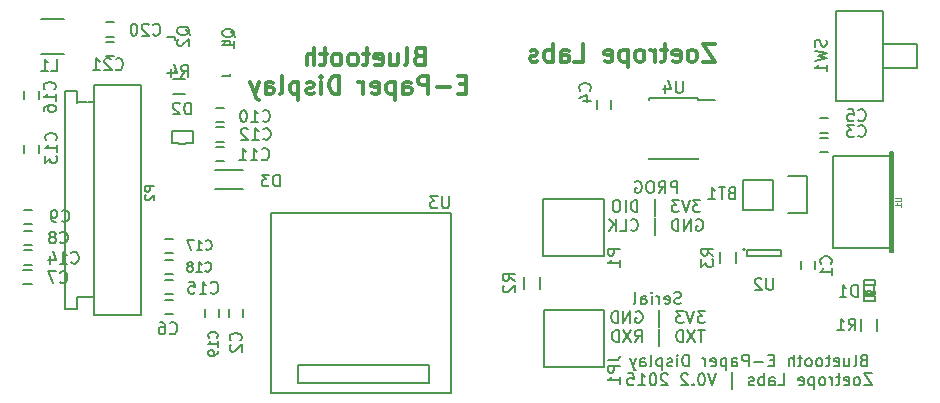
<source format=gbo>
G04 #@! TF.FileFunction,Legend,Bot*
%FSLAX46Y46*%
G04 Gerber Fmt 4.6, Leading zero omitted, Abs format (unit mm)*
G04 Created by KiCad (PCBNEW (2015-04-29 BZR 5630)-product) date Tue 21 Jul 2015 17:06:27 BST*
%MOMM*%
G01*
G04 APERTURE LIST*
%ADD10C,0.150000*%
%ADD11C,0.200000*%
%ADD12C,0.300000*%
%ADD13C,0.200660*%
%ADD14C,0.152400*%
%ADD15C,0.099060*%
G04 APERTURE END LIST*
D10*
D11*
X116403191Y-67257762D02*
X116260334Y-67305381D01*
X116022238Y-67305381D01*
X115927000Y-67257762D01*
X115879381Y-67210143D01*
X115831762Y-67114905D01*
X115831762Y-67019667D01*
X115879381Y-66924429D01*
X115927000Y-66876810D01*
X116022238Y-66829190D01*
X116212715Y-66781571D01*
X116307953Y-66733952D01*
X116355572Y-66686333D01*
X116403191Y-66591095D01*
X116403191Y-66495857D01*
X116355572Y-66400619D01*
X116307953Y-66353000D01*
X116212715Y-66305381D01*
X115974619Y-66305381D01*
X115831762Y-66353000D01*
X115022238Y-67257762D02*
X115117476Y-67305381D01*
X115307953Y-67305381D01*
X115403191Y-67257762D01*
X115450810Y-67162524D01*
X115450810Y-66781571D01*
X115403191Y-66686333D01*
X115307953Y-66638714D01*
X115117476Y-66638714D01*
X115022238Y-66686333D01*
X114974619Y-66781571D01*
X114974619Y-66876810D01*
X115450810Y-66972048D01*
X114546048Y-67305381D02*
X114546048Y-66638714D01*
X114546048Y-66829190D02*
X114498429Y-66733952D01*
X114450810Y-66686333D01*
X114355572Y-66638714D01*
X114260333Y-66638714D01*
X113927000Y-67305381D02*
X113927000Y-66638714D01*
X113927000Y-66305381D02*
X113974619Y-66353000D01*
X113927000Y-66400619D01*
X113879381Y-66353000D01*
X113927000Y-66305381D01*
X113927000Y-66400619D01*
X113022238Y-67305381D02*
X113022238Y-66781571D01*
X113069857Y-66686333D01*
X113165095Y-66638714D01*
X113355572Y-66638714D01*
X113450810Y-66686333D01*
X113022238Y-67257762D02*
X113117476Y-67305381D01*
X113355572Y-67305381D01*
X113450810Y-67257762D01*
X113498429Y-67162524D01*
X113498429Y-67067286D01*
X113450810Y-66972048D01*
X113355572Y-66924429D01*
X113117476Y-66924429D01*
X113022238Y-66876810D01*
X112403191Y-67305381D02*
X112498429Y-67257762D01*
X112546048Y-67162524D01*
X112546048Y-66305381D01*
X118427000Y-67905381D02*
X117807952Y-67905381D01*
X118141286Y-68286333D01*
X117998428Y-68286333D01*
X117903190Y-68333952D01*
X117855571Y-68381571D01*
X117807952Y-68476810D01*
X117807952Y-68714905D01*
X117855571Y-68810143D01*
X117903190Y-68857762D01*
X117998428Y-68905381D01*
X118284143Y-68905381D01*
X118379381Y-68857762D01*
X118427000Y-68810143D01*
X117522238Y-67905381D02*
X117188905Y-68905381D01*
X116855571Y-67905381D01*
X116617476Y-67905381D02*
X115998428Y-67905381D01*
X116331762Y-68286333D01*
X116188904Y-68286333D01*
X116093666Y-68333952D01*
X116046047Y-68381571D01*
X115998428Y-68476810D01*
X115998428Y-68714905D01*
X116046047Y-68810143D01*
X116093666Y-68857762D01*
X116188904Y-68905381D01*
X116474619Y-68905381D01*
X116569857Y-68857762D01*
X116617476Y-68810143D01*
X114569857Y-69238714D02*
X114569857Y-67810143D01*
X112569856Y-67953000D02*
X112665094Y-67905381D01*
X112807951Y-67905381D01*
X112950809Y-67953000D01*
X113046047Y-68048238D01*
X113093666Y-68143476D01*
X113141285Y-68333952D01*
X113141285Y-68476810D01*
X113093666Y-68667286D01*
X113046047Y-68762524D01*
X112950809Y-68857762D01*
X112807951Y-68905381D01*
X112712713Y-68905381D01*
X112569856Y-68857762D01*
X112522237Y-68810143D01*
X112522237Y-68476810D01*
X112712713Y-68476810D01*
X112093666Y-68905381D02*
X112093666Y-67905381D01*
X111522237Y-68905381D01*
X111522237Y-67905381D01*
X111046047Y-68905381D02*
X111046047Y-67905381D01*
X110807952Y-67905381D01*
X110665094Y-67953000D01*
X110569856Y-68048238D01*
X110522237Y-68143476D01*
X110474618Y-68333952D01*
X110474618Y-68476810D01*
X110522237Y-68667286D01*
X110569856Y-68762524D01*
X110665094Y-68857762D01*
X110807952Y-68905381D01*
X111046047Y-68905381D01*
X118403191Y-69505381D02*
X117831762Y-69505381D01*
X118117477Y-70505381D02*
X118117477Y-69505381D01*
X117593667Y-69505381D02*
X116927000Y-70505381D01*
X116927000Y-69505381D02*
X117593667Y-70505381D01*
X116546048Y-70505381D02*
X116546048Y-69505381D01*
X116307953Y-69505381D01*
X116165095Y-69553000D01*
X116069857Y-69648238D01*
X116022238Y-69743476D01*
X115974619Y-69933952D01*
X115974619Y-70076810D01*
X116022238Y-70267286D01*
X116069857Y-70362524D01*
X116165095Y-70457762D01*
X116307953Y-70505381D01*
X116546048Y-70505381D01*
X114546048Y-70838714D02*
X114546048Y-69410143D01*
X112498428Y-70505381D02*
X112831762Y-70029190D01*
X113069857Y-70505381D02*
X113069857Y-69505381D01*
X112688904Y-69505381D01*
X112593666Y-69553000D01*
X112546047Y-69600619D01*
X112498428Y-69695857D01*
X112498428Y-69838714D01*
X112546047Y-69933952D01*
X112593666Y-69981571D01*
X112688904Y-70029190D01*
X113069857Y-70029190D01*
X112165095Y-69505381D02*
X111498428Y-70505381D01*
X111498428Y-69505381D02*
X112165095Y-70505381D01*
X111117476Y-70505381D02*
X111117476Y-69505381D01*
X110879381Y-69505381D01*
X110736523Y-69553000D01*
X110641285Y-69648238D01*
X110593666Y-69743476D01*
X110546047Y-69933952D01*
X110546047Y-70076810D01*
X110593666Y-70267286D01*
X110641285Y-70362524D01*
X110736523Y-70457762D01*
X110879381Y-70505381D01*
X111117476Y-70505381D01*
X116085714Y-57907381D02*
X116085714Y-56907381D01*
X115704761Y-56907381D01*
X115609523Y-56955000D01*
X115561904Y-57002619D01*
X115514285Y-57097857D01*
X115514285Y-57240714D01*
X115561904Y-57335952D01*
X115609523Y-57383571D01*
X115704761Y-57431190D01*
X116085714Y-57431190D01*
X114514285Y-57907381D02*
X114847619Y-57431190D01*
X115085714Y-57907381D02*
X115085714Y-56907381D01*
X114704761Y-56907381D01*
X114609523Y-56955000D01*
X114561904Y-57002619D01*
X114514285Y-57097857D01*
X114514285Y-57240714D01*
X114561904Y-57335952D01*
X114609523Y-57383571D01*
X114704761Y-57431190D01*
X115085714Y-57431190D01*
X113895238Y-56907381D02*
X113704761Y-56907381D01*
X113609523Y-56955000D01*
X113514285Y-57050238D01*
X113466666Y-57240714D01*
X113466666Y-57574048D01*
X113514285Y-57764524D01*
X113609523Y-57859762D01*
X113704761Y-57907381D01*
X113895238Y-57907381D01*
X113990476Y-57859762D01*
X114085714Y-57764524D01*
X114133333Y-57574048D01*
X114133333Y-57240714D01*
X114085714Y-57050238D01*
X113990476Y-56955000D01*
X113895238Y-56907381D01*
X112514285Y-56955000D02*
X112609523Y-56907381D01*
X112752380Y-56907381D01*
X112895238Y-56955000D01*
X112990476Y-57050238D01*
X113038095Y-57145476D01*
X113085714Y-57335952D01*
X113085714Y-57478810D01*
X113038095Y-57669286D01*
X112990476Y-57764524D01*
X112895238Y-57859762D01*
X112752380Y-57907381D01*
X112657142Y-57907381D01*
X112514285Y-57859762D01*
X112466666Y-57812143D01*
X112466666Y-57478810D01*
X112657142Y-57478810D01*
X118038095Y-58507381D02*
X117419047Y-58507381D01*
X117752381Y-58888333D01*
X117609523Y-58888333D01*
X117514285Y-58935952D01*
X117466666Y-58983571D01*
X117419047Y-59078810D01*
X117419047Y-59316905D01*
X117466666Y-59412143D01*
X117514285Y-59459762D01*
X117609523Y-59507381D01*
X117895238Y-59507381D01*
X117990476Y-59459762D01*
X118038095Y-59412143D01*
X117133333Y-58507381D02*
X116800000Y-59507381D01*
X116466666Y-58507381D01*
X116228571Y-58507381D02*
X115609523Y-58507381D01*
X115942857Y-58888333D01*
X115799999Y-58888333D01*
X115704761Y-58935952D01*
X115657142Y-58983571D01*
X115609523Y-59078810D01*
X115609523Y-59316905D01*
X115657142Y-59412143D01*
X115704761Y-59459762D01*
X115799999Y-59507381D01*
X116085714Y-59507381D01*
X116180952Y-59459762D01*
X116228571Y-59412143D01*
X114180952Y-59840714D02*
X114180952Y-58412143D01*
X112704761Y-59507381D02*
X112704761Y-58507381D01*
X112466666Y-58507381D01*
X112323808Y-58555000D01*
X112228570Y-58650238D01*
X112180951Y-58745476D01*
X112133332Y-58935952D01*
X112133332Y-59078810D01*
X112180951Y-59269286D01*
X112228570Y-59364524D01*
X112323808Y-59459762D01*
X112466666Y-59507381D01*
X112704761Y-59507381D01*
X111704761Y-59507381D02*
X111704761Y-58507381D01*
X111038095Y-58507381D02*
X110847618Y-58507381D01*
X110752380Y-58555000D01*
X110657142Y-58650238D01*
X110609523Y-58840714D01*
X110609523Y-59174048D01*
X110657142Y-59364524D01*
X110752380Y-59459762D01*
X110847618Y-59507381D01*
X111038095Y-59507381D01*
X111133333Y-59459762D01*
X111228571Y-59364524D01*
X111276190Y-59174048D01*
X111276190Y-58840714D01*
X111228571Y-58650238D01*
X111133333Y-58555000D01*
X111038095Y-58507381D01*
X117704762Y-60155000D02*
X117800000Y-60107381D01*
X117942857Y-60107381D01*
X118085715Y-60155000D01*
X118180953Y-60250238D01*
X118228572Y-60345476D01*
X118276191Y-60535952D01*
X118276191Y-60678810D01*
X118228572Y-60869286D01*
X118180953Y-60964524D01*
X118085715Y-61059762D01*
X117942857Y-61107381D01*
X117847619Y-61107381D01*
X117704762Y-61059762D01*
X117657143Y-61012143D01*
X117657143Y-60678810D01*
X117847619Y-60678810D01*
X117228572Y-61107381D02*
X117228572Y-60107381D01*
X116657143Y-61107381D01*
X116657143Y-60107381D01*
X116180953Y-61107381D02*
X116180953Y-60107381D01*
X115942858Y-60107381D01*
X115800000Y-60155000D01*
X115704762Y-60250238D01*
X115657143Y-60345476D01*
X115609524Y-60535952D01*
X115609524Y-60678810D01*
X115657143Y-60869286D01*
X115704762Y-60964524D01*
X115800000Y-61059762D01*
X115942858Y-61107381D01*
X116180953Y-61107381D01*
X114180953Y-61440714D02*
X114180953Y-60012143D01*
X112133333Y-61012143D02*
X112180952Y-61059762D01*
X112323809Y-61107381D01*
X112419047Y-61107381D01*
X112561905Y-61059762D01*
X112657143Y-60964524D01*
X112704762Y-60869286D01*
X112752381Y-60678810D01*
X112752381Y-60535952D01*
X112704762Y-60345476D01*
X112657143Y-60250238D01*
X112561905Y-60155000D01*
X112419047Y-60107381D01*
X112323809Y-60107381D01*
X112180952Y-60155000D01*
X112133333Y-60202619D01*
X111228571Y-61107381D02*
X111704762Y-61107381D01*
X111704762Y-60107381D01*
X110895238Y-61107381D02*
X110895238Y-60107381D01*
X110323809Y-61107381D02*
X110752381Y-60535952D01*
X110323809Y-60107381D02*
X110895238Y-60678810D01*
D12*
X94225428Y-46317857D02*
X94011142Y-46389286D01*
X93939714Y-46460714D01*
X93868285Y-46603571D01*
X93868285Y-46817857D01*
X93939714Y-46960714D01*
X94011142Y-47032143D01*
X94154000Y-47103571D01*
X94725428Y-47103571D01*
X94725428Y-45603571D01*
X94225428Y-45603571D01*
X94082571Y-45675000D01*
X94011142Y-45746429D01*
X93939714Y-45889286D01*
X93939714Y-46032143D01*
X94011142Y-46175000D01*
X94082571Y-46246429D01*
X94225428Y-46317857D01*
X94725428Y-46317857D01*
X93011142Y-47103571D02*
X93154000Y-47032143D01*
X93225428Y-46889286D01*
X93225428Y-45603571D01*
X91796857Y-46103571D02*
X91796857Y-47103571D01*
X92439714Y-46103571D02*
X92439714Y-46889286D01*
X92368286Y-47032143D01*
X92225428Y-47103571D01*
X92011143Y-47103571D01*
X91868286Y-47032143D01*
X91796857Y-46960714D01*
X90511143Y-47032143D02*
X90654000Y-47103571D01*
X90939714Y-47103571D01*
X91082571Y-47032143D01*
X91154000Y-46889286D01*
X91154000Y-46317857D01*
X91082571Y-46175000D01*
X90939714Y-46103571D01*
X90654000Y-46103571D01*
X90511143Y-46175000D01*
X90439714Y-46317857D01*
X90439714Y-46460714D01*
X91154000Y-46603571D01*
X90011143Y-46103571D02*
X89439714Y-46103571D01*
X89796857Y-45603571D02*
X89796857Y-46889286D01*
X89725429Y-47032143D01*
X89582571Y-47103571D01*
X89439714Y-47103571D01*
X88725428Y-47103571D02*
X88868286Y-47032143D01*
X88939714Y-46960714D01*
X89011143Y-46817857D01*
X89011143Y-46389286D01*
X88939714Y-46246429D01*
X88868286Y-46175000D01*
X88725428Y-46103571D01*
X88511143Y-46103571D01*
X88368286Y-46175000D01*
X88296857Y-46246429D01*
X88225428Y-46389286D01*
X88225428Y-46817857D01*
X88296857Y-46960714D01*
X88368286Y-47032143D01*
X88511143Y-47103571D01*
X88725428Y-47103571D01*
X87368285Y-47103571D02*
X87511143Y-47032143D01*
X87582571Y-46960714D01*
X87654000Y-46817857D01*
X87654000Y-46389286D01*
X87582571Y-46246429D01*
X87511143Y-46175000D01*
X87368285Y-46103571D01*
X87154000Y-46103571D01*
X87011143Y-46175000D01*
X86939714Y-46246429D01*
X86868285Y-46389286D01*
X86868285Y-46817857D01*
X86939714Y-46960714D01*
X87011143Y-47032143D01*
X87154000Y-47103571D01*
X87368285Y-47103571D01*
X86439714Y-46103571D02*
X85868285Y-46103571D01*
X86225428Y-45603571D02*
X86225428Y-46889286D01*
X86154000Y-47032143D01*
X86011142Y-47103571D01*
X85868285Y-47103571D01*
X85368285Y-47103571D02*
X85368285Y-45603571D01*
X84725428Y-47103571D02*
X84725428Y-46317857D01*
X84796857Y-46175000D01*
X84939714Y-46103571D01*
X85153999Y-46103571D01*
X85296857Y-46175000D01*
X85368285Y-46246429D01*
X98225428Y-48717857D02*
X97725428Y-48717857D01*
X97511142Y-49503571D02*
X98225428Y-49503571D01*
X98225428Y-48003571D01*
X97511142Y-48003571D01*
X96868285Y-48932143D02*
X95725428Y-48932143D01*
X95011142Y-49503571D02*
X95011142Y-48003571D01*
X94439714Y-48003571D01*
X94296856Y-48075000D01*
X94225428Y-48146429D01*
X94153999Y-48289286D01*
X94153999Y-48503571D01*
X94225428Y-48646429D01*
X94296856Y-48717857D01*
X94439714Y-48789286D01*
X95011142Y-48789286D01*
X92868285Y-49503571D02*
X92868285Y-48717857D01*
X92939714Y-48575000D01*
X93082571Y-48503571D01*
X93368285Y-48503571D01*
X93511142Y-48575000D01*
X92868285Y-49432143D02*
X93011142Y-49503571D01*
X93368285Y-49503571D01*
X93511142Y-49432143D01*
X93582571Y-49289286D01*
X93582571Y-49146429D01*
X93511142Y-49003571D01*
X93368285Y-48932143D01*
X93011142Y-48932143D01*
X92868285Y-48860714D01*
X92153999Y-48503571D02*
X92153999Y-50003571D01*
X92153999Y-48575000D02*
X92011142Y-48503571D01*
X91725428Y-48503571D01*
X91582571Y-48575000D01*
X91511142Y-48646429D01*
X91439713Y-48789286D01*
X91439713Y-49217857D01*
X91511142Y-49360714D01*
X91582571Y-49432143D01*
X91725428Y-49503571D01*
X92011142Y-49503571D01*
X92153999Y-49432143D01*
X90225428Y-49432143D02*
X90368285Y-49503571D01*
X90653999Y-49503571D01*
X90796856Y-49432143D01*
X90868285Y-49289286D01*
X90868285Y-48717857D01*
X90796856Y-48575000D01*
X90653999Y-48503571D01*
X90368285Y-48503571D01*
X90225428Y-48575000D01*
X90153999Y-48717857D01*
X90153999Y-48860714D01*
X90868285Y-49003571D01*
X89511142Y-49503571D02*
X89511142Y-48503571D01*
X89511142Y-48789286D02*
X89439714Y-48646429D01*
X89368285Y-48575000D01*
X89225428Y-48503571D01*
X89082571Y-48503571D01*
X87439714Y-49503571D02*
X87439714Y-48003571D01*
X87082571Y-48003571D01*
X86868286Y-48075000D01*
X86725428Y-48217857D01*
X86654000Y-48360714D01*
X86582571Y-48646429D01*
X86582571Y-48860714D01*
X86654000Y-49146429D01*
X86725428Y-49289286D01*
X86868286Y-49432143D01*
X87082571Y-49503571D01*
X87439714Y-49503571D01*
X85939714Y-49503571D02*
X85939714Y-48503571D01*
X85939714Y-48003571D02*
X86011143Y-48075000D01*
X85939714Y-48146429D01*
X85868286Y-48075000D01*
X85939714Y-48003571D01*
X85939714Y-48146429D01*
X85296857Y-49432143D02*
X85154000Y-49503571D01*
X84868285Y-49503571D01*
X84725428Y-49432143D01*
X84654000Y-49289286D01*
X84654000Y-49217857D01*
X84725428Y-49075000D01*
X84868285Y-49003571D01*
X85082571Y-49003571D01*
X85225428Y-48932143D01*
X85296857Y-48789286D01*
X85296857Y-48717857D01*
X85225428Y-48575000D01*
X85082571Y-48503571D01*
X84868285Y-48503571D01*
X84725428Y-48575000D01*
X84011142Y-48503571D02*
X84011142Y-50003571D01*
X84011142Y-48575000D02*
X83868285Y-48503571D01*
X83582571Y-48503571D01*
X83439714Y-48575000D01*
X83368285Y-48646429D01*
X83296856Y-48789286D01*
X83296856Y-49217857D01*
X83368285Y-49360714D01*
X83439714Y-49432143D01*
X83582571Y-49503571D01*
X83868285Y-49503571D01*
X84011142Y-49432143D01*
X82439713Y-49503571D02*
X82582571Y-49432143D01*
X82653999Y-49289286D01*
X82653999Y-48003571D01*
X81225428Y-49503571D02*
X81225428Y-48717857D01*
X81296857Y-48575000D01*
X81439714Y-48503571D01*
X81725428Y-48503571D01*
X81868285Y-48575000D01*
X81225428Y-49432143D02*
X81368285Y-49503571D01*
X81725428Y-49503571D01*
X81868285Y-49432143D01*
X81939714Y-49289286D01*
X81939714Y-49146429D01*
X81868285Y-49003571D01*
X81725428Y-48932143D01*
X81368285Y-48932143D01*
X81225428Y-48860714D01*
X80653999Y-48503571D02*
X80296856Y-49503571D01*
X79939714Y-48503571D02*
X80296856Y-49503571D01*
X80439714Y-49860714D01*
X80511142Y-49932143D01*
X80653999Y-50003571D01*
D11*
X131840668Y-72064571D02*
X131697811Y-72112190D01*
X131650192Y-72159810D01*
X131602573Y-72255048D01*
X131602573Y-72397905D01*
X131650192Y-72493143D01*
X131697811Y-72540762D01*
X131793049Y-72588381D01*
X132174002Y-72588381D01*
X132174002Y-71588381D01*
X131840668Y-71588381D01*
X131745430Y-71636000D01*
X131697811Y-71683619D01*
X131650192Y-71778857D01*
X131650192Y-71874095D01*
X131697811Y-71969333D01*
X131745430Y-72016952D01*
X131840668Y-72064571D01*
X132174002Y-72064571D01*
X131031145Y-72588381D02*
X131126383Y-72540762D01*
X131174002Y-72445524D01*
X131174002Y-71588381D01*
X130221620Y-71921714D02*
X130221620Y-72588381D01*
X130650192Y-71921714D02*
X130650192Y-72445524D01*
X130602573Y-72540762D01*
X130507335Y-72588381D01*
X130364477Y-72588381D01*
X130269239Y-72540762D01*
X130221620Y-72493143D01*
X129364477Y-72540762D02*
X129459715Y-72588381D01*
X129650192Y-72588381D01*
X129745430Y-72540762D01*
X129793049Y-72445524D01*
X129793049Y-72064571D01*
X129745430Y-71969333D01*
X129650192Y-71921714D01*
X129459715Y-71921714D01*
X129364477Y-71969333D01*
X129316858Y-72064571D01*
X129316858Y-72159810D01*
X129793049Y-72255048D01*
X129031144Y-71921714D02*
X128650192Y-71921714D01*
X128888287Y-71588381D02*
X128888287Y-72445524D01*
X128840668Y-72540762D01*
X128745430Y-72588381D01*
X128650192Y-72588381D01*
X128174001Y-72588381D02*
X128269239Y-72540762D01*
X128316858Y-72493143D01*
X128364477Y-72397905D01*
X128364477Y-72112190D01*
X128316858Y-72016952D01*
X128269239Y-71969333D01*
X128174001Y-71921714D01*
X128031143Y-71921714D01*
X127935905Y-71969333D01*
X127888286Y-72016952D01*
X127840667Y-72112190D01*
X127840667Y-72397905D01*
X127888286Y-72493143D01*
X127935905Y-72540762D01*
X128031143Y-72588381D01*
X128174001Y-72588381D01*
X127269239Y-72588381D02*
X127364477Y-72540762D01*
X127412096Y-72493143D01*
X127459715Y-72397905D01*
X127459715Y-72112190D01*
X127412096Y-72016952D01*
X127364477Y-71969333D01*
X127269239Y-71921714D01*
X127126381Y-71921714D01*
X127031143Y-71969333D01*
X126983524Y-72016952D01*
X126935905Y-72112190D01*
X126935905Y-72397905D01*
X126983524Y-72493143D01*
X127031143Y-72540762D01*
X127126381Y-72588381D01*
X127269239Y-72588381D01*
X126650191Y-71921714D02*
X126269239Y-71921714D01*
X126507334Y-71588381D02*
X126507334Y-72445524D01*
X126459715Y-72540762D01*
X126364477Y-72588381D01*
X126269239Y-72588381D01*
X125935905Y-72588381D02*
X125935905Y-71588381D01*
X125507333Y-72588381D02*
X125507333Y-72064571D01*
X125554952Y-71969333D01*
X125650190Y-71921714D01*
X125793048Y-71921714D01*
X125888286Y-71969333D01*
X125935905Y-72016952D01*
X124269238Y-72064571D02*
X123935904Y-72064571D01*
X123793047Y-72588381D02*
X124269238Y-72588381D01*
X124269238Y-71588381D01*
X123793047Y-71588381D01*
X123364476Y-72207429D02*
X122602571Y-72207429D01*
X122126381Y-72588381D02*
X122126381Y-71588381D01*
X121745428Y-71588381D01*
X121650190Y-71636000D01*
X121602571Y-71683619D01*
X121554952Y-71778857D01*
X121554952Y-71921714D01*
X121602571Y-72016952D01*
X121650190Y-72064571D01*
X121745428Y-72112190D01*
X122126381Y-72112190D01*
X120697809Y-72588381D02*
X120697809Y-72064571D01*
X120745428Y-71969333D01*
X120840666Y-71921714D01*
X121031143Y-71921714D01*
X121126381Y-71969333D01*
X120697809Y-72540762D02*
X120793047Y-72588381D01*
X121031143Y-72588381D01*
X121126381Y-72540762D01*
X121174000Y-72445524D01*
X121174000Y-72350286D01*
X121126381Y-72255048D01*
X121031143Y-72207429D01*
X120793047Y-72207429D01*
X120697809Y-72159810D01*
X120221619Y-71921714D02*
X120221619Y-72921714D01*
X120221619Y-71969333D02*
X120126381Y-71921714D01*
X119935904Y-71921714D01*
X119840666Y-71969333D01*
X119793047Y-72016952D01*
X119745428Y-72112190D01*
X119745428Y-72397905D01*
X119793047Y-72493143D01*
X119840666Y-72540762D01*
X119935904Y-72588381D01*
X120126381Y-72588381D01*
X120221619Y-72540762D01*
X118935904Y-72540762D02*
X119031142Y-72588381D01*
X119221619Y-72588381D01*
X119316857Y-72540762D01*
X119364476Y-72445524D01*
X119364476Y-72064571D01*
X119316857Y-71969333D01*
X119221619Y-71921714D01*
X119031142Y-71921714D01*
X118935904Y-71969333D01*
X118888285Y-72064571D01*
X118888285Y-72159810D01*
X119364476Y-72255048D01*
X118459714Y-72588381D02*
X118459714Y-71921714D01*
X118459714Y-72112190D02*
X118412095Y-72016952D01*
X118364476Y-71969333D01*
X118269238Y-71921714D01*
X118173999Y-71921714D01*
X117078761Y-72588381D02*
X117078761Y-71588381D01*
X116840666Y-71588381D01*
X116697808Y-71636000D01*
X116602570Y-71731238D01*
X116554951Y-71826476D01*
X116507332Y-72016952D01*
X116507332Y-72159810D01*
X116554951Y-72350286D01*
X116602570Y-72445524D01*
X116697808Y-72540762D01*
X116840666Y-72588381D01*
X117078761Y-72588381D01*
X116078761Y-72588381D02*
X116078761Y-71921714D01*
X116078761Y-71588381D02*
X116126380Y-71636000D01*
X116078761Y-71683619D01*
X116031142Y-71636000D01*
X116078761Y-71588381D01*
X116078761Y-71683619D01*
X115650190Y-72540762D02*
X115554952Y-72588381D01*
X115364476Y-72588381D01*
X115269237Y-72540762D01*
X115221618Y-72445524D01*
X115221618Y-72397905D01*
X115269237Y-72302667D01*
X115364476Y-72255048D01*
X115507333Y-72255048D01*
X115602571Y-72207429D01*
X115650190Y-72112190D01*
X115650190Y-72064571D01*
X115602571Y-71969333D01*
X115507333Y-71921714D01*
X115364476Y-71921714D01*
X115269237Y-71969333D01*
X114793047Y-71921714D02*
X114793047Y-72921714D01*
X114793047Y-71969333D02*
X114697809Y-71921714D01*
X114507332Y-71921714D01*
X114412094Y-71969333D01*
X114364475Y-72016952D01*
X114316856Y-72112190D01*
X114316856Y-72397905D01*
X114364475Y-72493143D01*
X114412094Y-72540762D01*
X114507332Y-72588381D01*
X114697809Y-72588381D01*
X114793047Y-72540762D01*
X113745428Y-72588381D02*
X113840666Y-72540762D01*
X113888285Y-72445524D01*
X113888285Y-71588381D01*
X112935903Y-72588381D02*
X112935903Y-72064571D01*
X112983522Y-71969333D01*
X113078760Y-71921714D01*
X113269237Y-71921714D01*
X113364475Y-71969333D01*
X112935903Y-72540762D02*
X113031141Y-72588381D01*
X113269237Y-72588381D01*
X113364475Y-72540762D01*
X113412094Y-72445524D01*
X113412094Y-72350286D01*
X113364475Y-72255048D01*
X113269237Y-72207429D01*
X113031141Y-72207429D01*
X112935903Y-72159810D01*
X112554951Y-71921714D02*
X112316856Y-72588381D01*
X112078760Y-71921714D02*
X112316856Y-72588381D01*
X112412094Y-72826476D01*
X112459713Y-72874095D01*
X112554951Y-72921714D01*
X132554954Y-73188381D02*
X131888287Y-73188381D01*
X132554954Y-74188381D01*
X131888287Y-74188381D01*
X131364478Y-74188381D02*
X131459716Y-74140762D01*
X131507335Y-74093143D01*
X131554954Y-73997905D01*
X131554954Y-73712190D01*
X131507335Y-73616952D01*
X131459716Y-73569333D01*
X131364478Y-73521714D01*
X131221620Y-73521714D01*
X131126382Y-73569333D01*
X131078763Y-73616952D01*
X131031144Y-73712190D01*
X131031144Y-73997905D01*
X131078763Y-74093143D01*
X131126382Y-74140762D01*
X131221620Y-74188381D01*
X131364478Y-74188381D01*
X130221620Y-74140762D02*
X130316858Y-74188381D01*
X130507335Y-74188381D01*
X130602573Y-74140762D01*
X130650192Y-74045524D01*
X130650192Y-73664571D01*
X130602573Y-73569333D01*
X130507335Y-73521714D01*
X130316858Y-73521714D01*
X130221620Y-73569333D01*
X130174001Y-73664571D01*
X130174001Y-73759810D01*
X130650192Y-73855048D01*
X129888287Y-73521714D02*
X129507335Y-73521714D01*
X129745430Y-73188381D02*
X129745430Y-74045524D01*
X129697811Y-74140762D01*
X129602573Y-74188381D01*
X129507335Y-74188381D01*
X129174001Y-74188381D02*
X129174001Y-73521714D01*
X129174001Y-73712190D02*
X129126382Y-73616952D01*
X129078763Y-73569333D01*
X128983525Y-73521714D01*
X128888286Y-73521714D01*
X128412096Y-74188381D02*
X128507334Y-74140762D01*
X128554953Y-74093143D01*
X128602572Y-73997905D01*
X128602572Y-73712190D01*
X128554953Y-73616952D01*
X128507334Y-73569333D01*
X128412096Y-73521714D01*
X128269238Y-73521714D01*
X128174000Y-73569333D01*
X128126381Y-73616952D01*
X128078762Y-73712190D01*
X128078762Y-73997905D01*
X128126381Y-74093143D01*
X128174000Y-74140762D01*
X128269238Y-74188381D01*
X128412096Y-74188381D01*
X127650191Y-73521714D02*
X127650191Y-74521714D01*
X127650191Y-73569333D02*
X127554953Y-73521714D01*
X127364476Y-73521714D01*
X127269238Y-73569333D01*
X127221619Y-73616952D01*
X127174000Y-73712190D01*
X127174000Y-73997905D01*
X127221619Y-74093143D01*
X127269238Y-74140762D01*
X127364476Y-74188381D01*
X127554953Y-74188381D01*
X127650191Y-74140762D01*
X126364476Y-74140762D02*
X126459714Y-74188381D01*
X126650191Y-74188381D01*
X126745429Y-74140762D01*
X126793048Y-74045524D01*
X126793048Y-73664571D01*
X126745429Y-73569333D01*
X126650191Y-73521714D01*
X126459714Y-73521714D01*
X126364476Y-73569333D01*
X126316857Y-73664571D01*
X126316857Y-73759810D01*
X126793048Y-73855048D01*
X124650190Y-74188381D02*
X125126381Y-74188381D01*
X125126381Y-73188381D01*
X123888285Y-74188381D02*
X123888285Y-73664571D01*
X123935904Y-73569333D01*
X124031142Y-73521714D01*
X124221619Y-73521714D01*
X124316857Y-73569333D01*
X123888285Y-74140762D02*
X123983523Y-74188381D01*
X124221619Y-74188381D01*
X124316857Y-74140762D01*
X124364476Y-74045524D01*
X124364476Y-73950286D01*
X124316857Y-73855048D01*
X124221619Y-73807429D01*
X123983523Y-73807429D01*
X123888285Y-73759810D01*
X123412095Y-74188381D02*
X123412095Y-73188381D01*
X123412095Y-73569333D02*
X123316857Y-73521714D01*
X123126380Y-73521714D01*
X123031142Y-73569333D01*
X122983523Y-73616952D01*
X122935904Y-73712190D01*
X122935904Y-73997905D01*
X122983523Y-74093143D01*
X123031142Y-74140762D01*
X123126380Y-74188381D01*
X123316857Y-74188381D01*
X123412095Y-74140762D01*
X122554952Y-74140762D02*
X122459714Y-74188381D01*
X122269238Y-74188381D01*
X122173999Y-74140762D01*
X122126380Y-74045524D01*
X122126380Y-73997905D01*
X122173999Y-73902667D01*
X122269238Y-73855048D01*
X122412095Y-73855048D01*
X122507333Y-73807429D01*
X122554952Y-73712190D01*
X122554952Y-73664571D01*
X122507333Y-73569333D01*
X122412095Y-73521714D01*
X122269238Y-73521714D01*
X122173999Y-73569333D01*
X120697809Y-74521714D02*
X120697809Y-73093143D01*
X119364475Y-73188381D02*
X119031142Y-74188381D01*
X118697808Y-73188381D01*
X118173999Y-73188381D02*
X118078760Y-73188381D01*
X117983522Y-73236000D01*
X117935903Y-73283619D01*
X117888284Y-73378857D01*
X117840665Y-73569333D01*
X117840665Y-73807429D01*
X117888284Y-73997905D01*
X117935903Y-74093143D01*
X117983522Y-74140762D01*
X118078760Y-74188381D01*
X118173999Y-74188381D01*
X118269237Y-74140762D01*
X118316856Y-74093143D01*
X118364475Y-73997905D01*
X118412094Y-73807429D01*
X118412094Y-73569333D01*
X118364475Y-73378857D01*
X118316856Y-73283619D01*
X118269237Y-73236000D01*
X118173999Y-73188381D01*
X117412094Y-74093143D02*
X117364475Y-74140762D01*
X117412094Y-74188381D01*
X117459713Y-74140762D01*
X117412094Y-74093143D01*
X117412094Y-74188381D01*
X116983523Y-73283619D02*
X116935904Y-73236000D01*
X116840666Y-73188381D01*
X116602570Y-73188381D01*
X116507332Y-73236000D01*
X116459713Y-73283619D01*
X116412094Y-73378857D01*
X116412094Y-73474095D01*
X116459713Y-73616952D01*
X117031142Y-74188381D01*
X116412094Y-74188381D01*
X115269237Y-73283619D02*
X115221618Y-73236000D01*
X115126380Y-73188381D01*
X114888284Y-73188381D01*
X114793046Y-73236000D01*
X114745427Y-73283619D01*
X114697808Y-73378857D01*
X114697808Y-73474095D01*
X114745427Y-73616952D01*
X115316856Y-74188381D01*
X114697808Y-74188381D01*
X114078761Y-73188381D02*
X113983522Y-73188381D01*
X113888284Y-73236000D01*
X113840665Y-73283619D01*
X113793046Y-73378857D01*
X113745427Y-73569333D01*
X113745427Y-73807429D01*
X113793046Y-73997905D01*
X113840665Y-74093143D01*
X113888284Y-74140762D01*
X113983522Y-74188381D01*
X114078761Y-74188381D01*
X114173999Y-74140762D01*
X114221618Y-74093143D01*
X114269237Y-73997905D01*
X114316856Y-73807429D01*
X114316856Y-73569333D01*
X114269237Y-73378857D01*
X114221618Y-73283619D01*
X114173999Y-73236000D01*
X114078761Y-73188381D01*
X112793046Y-74188381D02*
X113364475Y-74188381D01*
X113078761Y-74188381D02*
X113078761Y-73188381D01*
X113173999Y-73331238D01*
X113269237Y-73426476D01*
X113364475Y-73474095D01*
X111888284Y-73188381D02*
X112364475Y-73188381D01*
X112412094Y-73664571D01*
X112364475Y-73616952D01*
X112269237Y-73569333D01*
X112031141Y-73569333D01*
X111935903Y-73616952D01*
X111888284Y-73664571D01*
X111840665Y-73759810D01*
X111840665Y-73997905D01*
X111888284Y-74093143D01*
X111935903Y-74140762D01*
X112031141Y-74188381D01*
X112269237Y-74188381D01*
X112364475Y-74140762D01*
X112412094Y-74093143D01*
D12*
X119236142Y-45279571D02*
X118236142Y-45279571D01*
X119236142Y-46779571D01*
X118236142Y-46779571D01*
X117450428Y-46779571D02*
X117593286Y-46708143D01*
X117664714Y-46636714D01*
X117736143Y-46493857D01*
X117736143Y-46065286D01*
X117664714Y-45922429D01*
X117593286Y-45851000D01*
X117450428Y-45779571D01*
X117236143Y-45779571D01*
X117093286Y-45851000D01*
X117021857Y-45922429D01*
X116950428Y-46065286D01*
X116950428Y-46493857D01*
X117021857Y-46636714D01*
X117093286Y-46708143D01*
X117236143Y-46779571D01*
X117450428Y-46779571D01*
X115736143Y-46708143D02*
X115879000Y-46779571D01*
X116164714Y-46779571D01*
X116307571Y-46708143D01*
X116379000Y-46565286D01*
X116379000Y-45993857D01*
X116307571Y-45851000D01*
X116164714Y-45779571D01*
X115879000Y-45779571D01*
X115736143Y-45851000D01*
X115664714Y-45993857D01*
X115664714Y-46136714D01*
X116379000Y-46279571D01*
X115236143Y-45779571D02*
X114664714Y-45779571D01*
X115021857Y-45279571D02*
X115021857Y-46565286D01*
X114950429Y-46708143D01*
X114807571Y-46779571D01*
X114664714Y-46779571D01*
X114164714Y-46779571D02*
X114164714Y-45779571D01*
X114164714Y-46065286D02*
X114093286Y-45922429D01*
X114021857Y-45851000D01*
X113879000Y-45779571D01*
X113736143Y-45779571D01*
X113021857Y-46779571D02*
X113164715Y-46708143D01*
X113236143Y-46636714D01*
X113307572Y-46493857D01*
X113307572Y-46065286D01*
X113236143Y-45922429D01*
X113164715Y-45851000D01*
X113021857Y-45779571D01*
X112807572Y-45779571D01*
X112664715Y-45851000D01*
X112593286Y-45922429D01*
X112521857Y-46065286D01*
X112521857Y-46493857D01*
X112593286Y-46636714D01*
X112664715Y-46708143D01*
X112807572Y-46779571D01*
X113021857Y-46779571D01*
X111879000Y-45779571D02*
X111879000Y-47279571D01*
X111879000Y-45851000D02*
X111736143Y-45779571D01*
X111450429Y-45779571D01*
X111307572Y-45851000D01*
X111236143Y-45922429D01*
X111164714Y-46065286D01*
X111164714Y-46493857D01*
X111236143Y-46636714D01*
X111307572Y-46708143D01*
X111450429Y-46779571D01*
X111736143Y-46779571D01*
X111879000Y-46708143D01*
X109950429Y-46708143D02*
X110093286Y-46779571D01*
X110379000Y-46779571D01*
X110521857Y-46708143D01*
X110593286Y-46565286D01*
X110593286Y-45993857D01*
X110521857Y-45851000D01*
X110379000Y-45779571D01*
X110093286Y-45779571D01*
X109950429Y-45851000D01*
X109879000Y-45993857D01*
X109879000Y-46136714D01*
X110593286Y-46279571D01*
X107379000Y-46779571D02*
X108093286Y-46779571D01*
X108093286Y-45279571D01*
X106236143Y-46779571D02*
X106236143Y-45993857D01*
X106307572Y-45851000D01*
X106450429Y-45779571D01*
X106736143Y-45779571D01*
X106879000Y-45851000D01*
X106236143Y-46708143D02*
X106379000Y-46779571D01*
X106736143Y-46779571D01*
X106879000Y-46708143D01*
X106950429Y-46565286D01*
X106950429Y-46422429D01*
X106879000Y-46279571D01*
X106736143Y-46208143D01*
X106379000Y-46208143D01*
X106236143Y-46136714D01*
X105521857Y-46779571D02*
X105521857Y-45279571D01*
X105521857Y-45851000D02*
X105379000Y-45779571D01*
X105093286Y-45779571D01*
X104950429Y-45851000D01*
X104879000Y-45922429D01*
X104807571Y-46065286D01*
X104807571Y-46493857D01*
X104879000Y-46636714D01*
X104950429Y-46708143D01*
X105093286Y-46779571D01*
X105379000Y-46779571D01*
X105521857Y-46708143D01*
X104236143Y-46708143D02*
X104093286Y-46779571D01*
X103807571Y-46779571D01*
X103664714Y-46708143D01*
X103593286Y-46565286D01*
X103593286Y-46493857D01*
X103664714Y-46351000D01*
X103807571Y-46279571D01*
X104021857Y-46279571D01*
X104164714Y-46208143D01*
X104236143Y-46065286D01*
X104236143Y-45993857D01*
X104164714Y-45851000D01*
X104021857Y-45779571D01*
X103807571Y-45779571D01*
X103664714Y-45851000D01*
D10*
X78247240Y-45246340D02*
X78247240Y-45294600D01*
X77546200Y-48045320D02*
X78247240Y-48045320D01*
X78247240Y-48045320D02*
X78247240Y-47796400D01*
X78247240Y-45246340D02*
X78247240Y-45045680D01*
X78247240Y-45045680D02*
X77546200Y-45045680D01*
X79309800Y-57584240D02*
X76909800Y-57584240D01*
X79309800Y-55958840D02*
X76909800Y-55958840D01*
X73548240Y-44928840D02*
X73548240Y-44977100D01*
X72847200Y-47727820D02*
X73548240Y-47727820D01*
X73548240Y-47727820D02*
X73548240Y-47478900D01*
X73548240Y-44928840D02*
X73548240Y-44728180D01*
X73548240Y-44728180D02*
X72847200Y-44728180D01*
X66167000Y-66741500D02*
X65265300Y-66741500D01*
X66128900Y-50244200D02*
X65278000Y-50244200D01*
X66660000Y-66741000D02*
X66160000Y-66741000D01*
X65271000Y-66753700D02*
X65271000Y-67753700D01*
X65271000Y-67753700D02*
X64271000Y-67753700D01*
X64271000Y-67753700D02*
X64271000Y-49253700D01*
X64271000Y-49253700D02*
X64771000Y-49253700D01*
X64771000Y-49253700D02*
X65271000Y-49253700D01*
X65271000Y-49253700D02*
X65271000Y-50253700D01*
X66160000Y-50241000D02*
X66660000Y-50241000D01*
X70660000Y-64241000D02*
X70660000Y-48741000D01*
X70660000Y-64241000D02*
X70660000Y-68241000D01*
X70660000Y-48741000D02*
X66660000Y-48741000D01*
X66660000Y-48741000D02*
X66660000Y-52241000D01*
X70660000Y-68241000D02*
X66660000Y-68241000D01*
X66660000Y-68241000D02*
X66660000Y-52241000D01*
X79340000Y-68422000D02*
X79340000Y-67722000D01*
X78140000Y-67722000D02*
X78140000Y-68422000D01*
X110455000Y-50769000D02*
X110455000Y-50069000D01*
X109255000Y-50069000D02*
X109255000Y-50769000D01*
X61411600Y-64449400D02*
X60711600Y-64449400D01*
X60711600Y-65649400D02*
X61411600Y-65649400D01*
X61437000Y-61122000D02*
X60737000Y-61122000D01*
X60737000Y-62322000D02*
X61437000Y-62322000D01*
X61462400Y-59318600D02*
X60762400Y-59318600D01*
X60762400Y-60518600D02*
X61462400Y-60518600D01*
X76993000Y-51908000D02*
X77693000Y-51908000D01*
X77693000Y-50708000D02*
X76993000Y-50708000D01*
X76993000Y-53559000D02*
X77693000Y-53559000D01*
X77693000Y-52359000D02*
X76993000Y-52359000D01*
X60804500Y-53815500D02*
X60804500Y-54515500D01*
X62004500Y-54515500D02*
X62004500Y-53815500D01*
X72675000Y-66449500D02*
X73375000Y-66449500D01*
X73375000Y-65249500D02*
X72675000Y-65249500D01*
X131884420Y-66616580D02*
X132783580Y-66616580D01*
X132783580Y-66616580D02*
X132783580Y-67015360D01*
X131884420Y-67015360D02*
X132783580Y-67015360D01*
X131884420Y-66616580D02*
X131884420Y-67015360D01*
X131884420Y-65318640D02*
X132783580Y-65318640D01*
X132783580Y-65318640D02*
X132783580Y-65717420D01*
X131884420Y-65717420D02*
X132783580Y-65717420D01*
X131884420Y-65318640D02*
X131884420Y-65717420D01*
X131884420Y-66167000D02*
X132034280Y-66167000D01*
X132034280Y-66167000D02*
X132034280Y-66466720D01*
X131884420Y-66466720D02*
X132034280Y-66466720D01*
X131884420Y-66167000D02*
X131884420Y-66466720D01*
X132633720Y-66167000D02*
X132783580Y-66167000D01*
X132783580Y-66167000D02*
X132783580Y-66466720D01*
X132633720Y-66466720D02*
X132783580Y-66466720D01*
X132633720Y-66167000D02*
X132633720Y-66466720D01*
X132184140Y-66167000D02*
X132483860Y-66167000D01*
X132483860Y-66167000D02*
X132483860Y-66466720D01*
X132184140Y-66466720D02*
X132483860Y-66466720D01*
X132184140Y-66167000D02*
X132184140Y-66466720D01*
X131935220Y-66616580D02*
X131935220Y-65717420D01*
X132732780Y-66616580D02*
X132732780Y-65717420D01*
X133009000Y-69588000D02*
X133009000Y-68588000D01*
X131659000Y-68588000D02*
X131659000Y-69588000D01*
X119721000Y-62873000D02*
X119721000Y-63873000D01*
X121071000Y-63873000D02*
X121071000Y-62873000D01*
X74414000Y-48220000D02*
X73414000Y-48220000D01*
X73414000Y-49570000D02*
X74414000Y-49570000D01*
X121844000Y-62692000D02*
G75*
G03X121844000Y-62692000I-100000J0D01*
G01*
X121994000Y-63242000D02*
X121994000Y-62742000D01*
X124894000Y-63242000D02*
X121994000Y-63242000D01*
X124894000Y-62742000D02*
X124894000Y-63242000D01*
X121994000Y-62742000D02*
X124894000Y-62742000D01*
X95097600Y-72440800D02*
X83997800Y-72440800D01*
X83947000Y-72440800D02*
X83947000Y-73964800D01*
X83947000Y-73964800D02*
X95097600Y-73964800D01*
X95097600Y-73964800D02*
X95097600Y-72440800D01*
X96901000Y-59563000D02*
X81661000Y-59563000D01*
X81661000Y-59563000D02*
X81661000Y-74803000D01*
X81661000Y-74803000D02*
X96901000Y-74803000D01*
X96901000Y-74803000D02*
X96901000Y-59563000D01*
X117848200Y-49901400D02*
X117848200Y-50046400D01*
X113698200Y-49901400D02*
X113698200Y-50046400D01*
X113698200Y-55051400D02*
X113698200Y-54906400D01*
X117848200Y-55051400D02*
X117848200Y-54906400D01*
X117848200Y-49901400D02*
X113698200Y-49901400D01*
X117848200Y-55051400D02*
X113698200Y-55051400D01*
X117848200Y-50046400D02*
X119248200Y-50046400D01*
X60804500Y-49243500D02*
X60804500Y-49943500D01*
X62004500Y-49943500D02*
X62004500Y-49243500D01*
X72700400Y-62969700D02*
X73400400Y-62969700D01*
X73400400Y-61769700D02*
X72700400Y-61769700D01*
X72675000Y-64798500D02*
X73375000Y-64798500D01*
X73375000Y-63598500D02*
X72675000Y-63598500D01*
X76108000Y-67722000D02*
X76108000Y-68422000D01*
X77308000Y-68422000D02*
X77308000Y-67722000D01*
X64195200Y-43178200D02*
X62195200Y-43178200D01*
X62195200Y-46128200D02*
X64195200Y-46128200D01*
X76993000Y-55210000D02*
X77693000Y-55210000D01*
X77693000Y-54010000D02*
X76993000Y-54010000D01*
X61437000Y-62773000D02*
X60737000Y-62773000D01*
X60737000Y-63973000D02*
X61437000Y-63973000D01*
X124206000Y-56769000D02*
X121666000Y-56769000D01*
X127026000Y-56489000D02*
X125476000Y-56489000D01*
X124206000Y-56769000D02*
X124206000Y-59309000D01*
X125476000Y-59589000D02*
X127026000Y-59589000D01*
X127026000Y-59589000D02*
X127026000Y-56489000D01*
X124206000Y-59309000D02*
X121666000Y-59309000D01*
X121666000Y-59309000D02*
X121666000Y-56769000D01*
X126527000Y-63658000D02*
X126527000Y-64358000D01*
X127727000Y-64358000D02*
X127727000Y-63658000D01*
X128174000Y-54448000D02*
X128874000Y-54448000D01*
X128874000Y-53248000D02*
X128174000Y-53248000D01*
X128174000Y-52797000D02*
X128874000Y-52797000D01*
X128874000Y-51597000D02*
X128174000Y-51597000D01*
X72675000Y-68164000D02*
X73375000Y-68164000D01*
X73375000Y-66964000D02*
X72675000Y-66964000D01*
X67722000Y-44669000D02*
X68422000Y-44669000D01*
X68422000Y-43469000D02*
X67722000Y-43469000D01*
X67722000Y-46320000D02*
X68422000Y-46320000D01*
X68422000Y-45120000D02*
X67722000Y-45120000D01*
X73914000Y-53657500D02*
X73279000Y-53657500D01*
X73279000Y-53657500D02*
X73279000Y-52641500D01*
X75057000Y-52641500D02*
X75057000Y-53657500D01*
X75057000Y-53657500D02*
X74422000Y-53657500D01*
X73914000Y-53784500D02*
X73914000Y-53657500D01*
X74422000Y-53657500D02*
X74422000Y-53784500D01*
X73279000Y-52641500D02*
X75057000Y-52641500D01*
X74422000Y-53784500D02*
X73914000Y-53784500D01*
X104769920Y-72679560D02*
X109875320Y-72679560D01*
X109875320Y-72679560D02*
X109875320Y-67782440D01*
X109875320Y-67782440D02*
X104769920Y-67782440D01*
X104769920Y-67782440D02*
X104769920Y-72679560D01*
X109860080Y-58384440D02*
X104754680Y-58384440D01*
X104754680Y-58384440D02*
X104754680Y-63281560D01*
X104754680Y-63281560D02*
X109860080Y-63281560D01*
X109860080Y-63281560D02*
X109860080Y-58384440D01*
X104434000Y-66032000D02*
X104434000Y-65032000D01*
X103084000Y-65032000D02*
X103084000Y-66032000D01*
X133522720Y-45298360D02*
X136357360Y-45298360D01*
X136342120Y-45283120D02*
X136342120Y-47299880D01*
X136342120Y-47299880D02*
X133537960Y-47299880D01*
X133510000Y-42468800D02*
X129540000Y-42468800D01*
X129540000Y-42468800D02*
X129540000Y-50088800D01*
X129540000Y-50088800D02*
X133510000Y-50088800D01*
X133512560Y-50088800D02*
X133512560Y-42468800D01*
D13*
X134205980Y-54472840D02*
X134205980Y-62875160D01*
X134307580Y-54472840D02*
X134307580Y-62875160D01*
X134307580Y-62875160D02*
X134106920Y-62875160D01*
X134106920Y-62875160D02*
X134106920Y-54472840D01*
X134106920Y-54472840D02*
X134307580Y-54472840D01*
X134307580Y-54775100D02*
X129306320Y-54775100D01*
X129306320Y-54775100D02*
X129306320Y-62572900D01*
X129306320Y-62572900D02*
X134307580Y-62572900D01*
D10*
X78652619Y-44735762D02*
X78605000Y-44640524D01*
X78509762Y-44545286D01*
X78366905Y-44402429D01*
X78319286Y-44307190D01*
X78319286Y-44211952D01*
X78557381Y-44259571D02*
X78509762Y-44164333D01*
X78414524Y-44069095D01*
X78224048Y-44021476D01*
X77890714Y-44021476D01*
X77700238Y-44069095D01*
X77605000Y-44164333D01*
X77557381Y-44259571D01*
X77557381Y-44450048D01*
X77605000Y-44545286D01*
X77700238Y-44640524D01*
X77890714Y-44688143D01*
X78224048Y-44688143D01*
X78414524Y-44640524D01*
X78509762Y-44545286D01*
X78557381Y-44450048D01*
X78557381Y-44259571D01*
X78557381Y-45640524D02*
X78557381Y-45069095D01*
X78557381Y-45354809D02*
X77557381Y-45354809D01*
X77700238Y-45259571D01*
X77795476Y-45164333D01*
X77843095Y-45069095D01*
X82419415Y-57358541D02*
X82419415Y-56358541D01*
X82181320Y-56358541D01*
X82038462Y-56406160D01*
X81943224Y-56501398D01*
X81895605Y-56596636D01*
X81847986Y-56787112D01*
X81847986Y-56929970D01*
X81895605Y-57120446D01*
X81943224Y-57215684D01*
X82038462Y-57310922D01*
X82181320Y-57358541D01*
X82419415Y-57358541D01*
X81514653Y-56358541D02*
X80895605Y-56358541D01*
X81228939Y-56739493D01*
X81086081Y-56739493D01*
X80990843Y-56787112D01*
X80943224Y-56834731D01*
X80895605Y-56929970D01*
X80895605Y-57168065D01*
X80943224Y-57263303D01*
X80990843Y-57310922D01*
X81086081Y-57358541D01*
X81371796Y-57358541D01*
X81467034Y-57310922D01*
X81514653Y-57263303D01*
X74842619Y-44545262D02*
X74795000Y-44450024D01*
X74699762Y-44354786D01*
X74556905Y-44211929D01*
X74509286Y-44116690D01*
X74509286Y-44021452D01*
X74747381Y-44069071D02*
X74699762Y-43973833D01*
X74604524Y-43878595D01*
X74414048Y-43830976D01*
X74080714Y-43830976D01*
X73890238Y-43878595D01*
X73795000Y-43973833D01*
X73747381Y-44069071D01*
X73747381Y-44259548D01*
X73795000Y-44354786D01*
X73890238Y-44450024D01*
X74080714Y-44497643D01*
X74414048Y-44497643D01*
X74604524Y-44450024D01*
X74699762Y-44354786D01*
X74747381Y-44259548D01*
X74747381Y-44069071D01*
X73842619Y-44878595D02*
X73795000Y-44926214D01*
X73747381Y-45021452D01*
X73747381Y-45259548D01*
X73795000Y-45354786D01*
X73842619Y-45402405D01*
X73937857Y-45450024D01*
X74033095Y-45450024D01*
X74175952Y-45402405D01*
X74747381Y-44830976D01*
X74747381Y-45450024D01*
D14*
X71769514Y-57352572D02*
X71007514Y-57352572D01*
X71007514Y-57642857D01*
X71043800Y-57715429D01*
X71080086Y-57751714D01*
X71152657Y-57788000D01*
X71261514Y-57788000D01*
X71334086Y-57751714D01*
X71370371Y-57715429D01*
X71406657Y-57642857D01*
X71406657Y-57352572D01*
X71080086Y-58078286D02*
X71043800Y-58114572D01*
X71007514Y-58187143D01*
X71007514Y-58368572D01*
X71043800Y-58441143D01*
X71080086Y-58477429D01*
X71152657Y-58513714D01*
X71225229Y-58513714D01*
X71334086Y-58477429D01*
X71769514Y-58042000D01*
X71769514Y-58513714D01*
D10*
X79097143Y-70381834D02*
X79144762Y-70334215D01*
X79192381Y-70191358D01*
X79192381Y-70096120D01*
X79144762Y-69953262D01*
X79049524Y-69858024D01*
X78954286Y-69810405D01*
X78763810Y-69762786D01*
X78620952Y-69762786D01*
X78430476Y-69810405D01*
X78335238Y-69858024D01*
X78240000Y-69953262D01*
X78192381Y-70096120D01*
X78192381Y-70191358D01*
X78240000Y-70334215D01*
X78287619Y-70381834D01*
X78287619Y-70762786D02*
X78240000Y-70810405D01*
X78192381Y-70905643D01*
X78192381Y-71143739D01*
X78240000Y-71238977D01*
X78287619Y-71286596D01*
X78382857Y-71334215D01*
X78478095Y-71334215D01*
X78620952Y-71286596D01*
X79192381Y-70715167D01*
X79192381Y-71334215D01*
X108688143Y-49236334D02*
X108735762Y-49188715D01*
X108783381Y-49045858D01*
X108783381Y-48950620D01*
X108735762Y-48807762D01*
X108640524Y-48712524D01*
X108545286Y-48664905D01*
X108354810Y-48617286D01*
X108211952Y-48617286D01*
X108021476Y-48664905D01*
X107926238Y-48712524D01*
X107831000Y-48807762D01*
X107783381Y-48950620D01*
X107783381Y-49045858D01*
X107831000Y-49188715D01*
X107878619Y-49236334D01*
X108116714Y-50093477D02*
X108783381Y-50093477D01*
X107735762Y-49855381D02*
X108450048Y-49617286D01*
X108450048Y-50236334D01*
X63819066Y-65457343D02*
X63866685Y-65504962D01*
X64009542Y-65552581D01*
X64104780Y-65552581D01*
X64247638Y-65504962D01*
X64342876Y-65409724D01*
X64390495Y-65314486D01*
X64438114Y-65124010D01*
X64438114Y-64981152D01*
X64390495Y-64790676D01*
X64342876Y-64695438D01*
X64247638Y-64600200D01*
X64104780Y-64552581D01*
X64009542Y-64552581D01*
X63866685Y-64600200D01*
X63819066Y-64647819D01*
X63485733Y-64552581D02*
X62819066Y-64552581D01*
X63247638Y-65552581D01*
X63844466Y-62079143D02*
X63892085Y-62126762D01*
X64034942Y-62174381D01*
X64130180Y-62174381D01*
X64273038Y-62126762D01*
X64368276Y-62031524D01*
X64415895Y-61936286D01*
X64463514Y-61745810D01*
X64463514Y-61602952D01*
X64415895Y-61412476D01*
X64368276Y-61317238D01*
X64273038Y-61222000D01*
X64130180Y-61174381D01*
X64034942Y-61174381D01*
X63892085Y-61222000D01*
X63844466Y-61269619D01*
X63273038Y-61602952D02*
X63368276Y-61555333D01*
X63415895Y-61507714D01*
X63463514Y-61412476D01*
X63463514Y-61364857D01*
X63415895Y-61269619D01*
X63368276Y-61222000D01*
X63273038Y-61174381D01*
X63082561Y-61174381D01*
X62987323Y-61222000D01*
X62939704Y-61269619D01*
X62892085Y-61364857D01*
X62892085Y-61412476D01*
X62939704Y-61507714D01*
X62987323Y-61555333D01*
X63082561Y-61602952D01*
X63273038Y-61602952D01*
X63368276Y-61650571D01*
X63415895Y-61698190D01*
X63463514Y-61793429D01*
X63463514Y-61983905D01*
X63415895Y-62079143D01*
X63368276Y-62126762D01*
X63273038Y-62174381D01*
X63082561Y-62174381D01*
X62987323Y-62126762D01*
X62939704Y-62079143D01*
X62892085Y-61983905D01*
X62892085Y-61793429D01*
X62939704Y-61698190D01*
X62987323Y-61650571D01*
X63082561Y-61602952D01*
X63971466Y-60275743D02*
X64019085Y-60323362D01*
X64161942Y-60370981D01*
X64257180Y-60370981D01*
X64400038Y-60323362D01*
X64495276Y-60228124D01*
X64542895Y-60132886D01*
X64590514Y-59942410D01*
X64590514Y-59799552D01*
X64542895Y-59609076D01*
X64495276Y-59513838D01*
X64400038Y-59418600D01*
X64257180Y-59370981D01*
X64161942Y-59370981D01*
X64019085Y-59418600D01*
X63971466Y-59466219D01*
X63495276Y-60370981D02*
X63304800Y-60370981D01*
X63209561Y-60323362D01*
X63161942Y-60275743D01*
X63066704Y-60132886D01*
X63019085Y-59942410D01*
X63019085Y-59561457D01*
X63066704Y-59466219D01*
X63114323Y-59418600D01*
X63209561Y-59370981D01*
X63400038Y-59370981D01*
X63495276Y-59418600D01*
X63542895Y-59466219D01*
X63590514Y-59561457D01*
X63590514Y-59799552D01*
X63542895Y-59894790D01*
X63495276Y-59942410D01*
X63400038Y-59990029D01*
X63209561Y-59990029D01*
X63114323Y-59942410D01*
X63066704Y-59894790D01*
X63019085Y-59799552D01*
X80970357Y-51792143D02*
X81017976Y-51839762D01*
X81160833Y-51887381D01*
X81256071Y-51887381D01*
X81398929Y-51839762D01*
X81494167Y-51744524D01*
X81541786Y-51649286D01*
X81589405Y-51458810D01*
X81589405Y-51315952D01*
X81541786Y-51125476D01*
X81494167Y-51030238D01*
X81398929Y-50935000D01*
X81256071Y-50887381D01*
X81160833Y-50887381D01*
X81017976Y-50935000D01*
X80970357Y-50982619D01*
X80017976Y-51887381D02*
X80589405Y-51887381D01*
X80303691Y-51887381D02*
X80303691Y-50887381D01*
X80398929Y-51030238D01*
X80494167Y-51125476D01*
X80589405Y-51173095D01*
X79398929Y-50887381D02*
X79303690Y-50887381D01*
X79208452Y-50935000D01*
X79160833Y-50982619D01*
X79113214Y-51077857D01*
X79065595Y-51268333D01*
X79065595Y-51506429D01*
X79113214Y-51696905D01*
X79160833Y-51792143D01*
X79208452Y-51839762D01*
X79303690Y-51887381D01*
X79398929Y-51887381D01*
X79494167Y-51839762D01*
X79541786Y-51792143D01*
X79589405Y-51696905D01*
X79637024Y-51506429D01*
X79637024Y-51268333D01*
X79589405Y-51077857D01*
X79541786Y-50982619D01*
X79494167Y-50935000D01*
X79398929Y-50887381D01*
X81033857Y-53316143D02*
X81081476Y-53363762D01*
X81224333Y-53411381D01*
X81319571Y-53411381D01*
X81462429Y-53363762D01*
X81557667Y-53268524D01*
X81605286Y-53173286D01*
X81652905Y-52982810D01*
X81652905Y-52839952D01*
X81605286Y-52649476D01*
X81557667Y-52554238D01*
X81462429Y-52459000D01*
X81319571Y-52411381D01*
X81224333Y-52411381D01*
X81081476Y-52459000D01*
X81033857Y-52506619D01*
X80081476Y-53411381D02*
X80652905Y-53411381D01*
X80367191Y-53411381D02*
X80367191Y-52411381D01*
X80462429Y-52554238D01*
X80557667Y-52649476D01*
X80652905Y-52697095D01*
X79700524Y-52506619D02*
X79652905Y-52459000D01*
X79557667Y-52411381D01*
X79319571Y-52411381D01*
X79224333Y-52459000D01*
X79176714Y-52506619D01*
X79129095Y-52601857D01*
X79129095Y-52697095D01*
X79176714Y-52839952D01*
X79748143Y-53411381D01*
X79129095Y-53411381D01*
X63476143Y-53459143D02*
X63523762Y-53411524D01*
X63571381Y-53268667D01*
X63571381Y-53173429D01*
X63523762Y-53030571D01*
X63428524Y-52935333D01*
X63333286Y-52887714D01*
X63142810Y-52840095D01*
X62999952Y-52840095D01*
X62809476Y-52887714D01*
X62714238Y-52935333D01*
X62619000Y-53030571D01*
X62571381Y-53173429D01*
X62571381Y-53268667D01*
X62619000Y-53411524D01*
X62666619Y-53459143D01*
X63571381Y-54411524D02*
X63571381Y-53840095D01*
X63571381Y-54125809D02*
X62571381Y-54125809D01*
X62714238Y-54030571D01*
X62809476Y-53935333D01*
X62857095Y-53840095D01*
X62571381Y-54744857D02*
X62571381Y-55363905D01*
X62952333Y-55030571D01*
X62952333Y-55173429D01*
X62999952Y-55268667D01*
X63047571Y-55316286D01*
X63142810Y-55363905D01*
X63380905Y-55363905D01*
X63476143Y-55316286D01*
X63523762Y-55268667D01*
X63571381Y-55173429D01*
X63571381Y-54887714D01*
X63523762Y-54792476D01*
X63476143Y-54744857D01*
X76588857Y-66333643D02*
X76636476Y-66381262D01*
X76779333Y-66428881D01*
X76874571Y-66428881D01*
X77017429Y-66381262D01*
X77112667Y-66286024D01*
X77160286Y-66190786D01*
X77207905Y-66000310D01*
X77207905Y-65857452D01*
X77160286Y-65666976D01*
X77112667Y-65571738D01*
X77017429Y-65476500D01*
X76874571Y-65428881D01*
X76779333Y-65428881D01*
X76636476Y-65476500D01*
X76588857Y-65524119D01*
X75636476Y-66428881D02*
X76207905Y-66428881D01*
X75922191Y-66428881D02*
X75922191Y-65428881D01*
X76017429Y-65571738D01*
X76112667Y-65666976D01*
X76207905Y-65714595D01*
X74731714Y-65428881D02*
X75207905Y-65428881D01*
X75255524Y-65905071D01*
X75207905Y-65857452D01*
X75112667Y-65809833D01*
X74874571Y-65809833D01*
X74779333Y-65857452D01*
X74731714Y-65905071D01*
X74684095Y-66000310D01*
X74684095Y-66238405D01*
X74731714Y-66333643D01*
X74779333Y-66381262D01*
X74874571Y-66428881D01*
X75112667Y-66428881D01*
X75207905Y-66381262D01*
X75255524Y-66333643D01*
X131357595Y-66682881D02*
X131357595Y-65682881D01*
X131119500Y-65682881D01*
X130976642Y-65730500D01*
X130881404Y-65825738D01*
X130833785Y-65920976D01*
X130786166Y-66111452D01*
X130786166Y-66254310D01*
X130833785Y-66444786D01*
X130881404Y-66540024D01*
X130976642Y-66635262D01*
X131119500Y-66682881D01*
X131357595Y-66682881D01*
X129833785Y-66682881D02*
X130405214Y-66682881D01*
X130119500Y-66682881D02*
X130119500Y-65682881D01*
X130214738Y-65825738D01*
X130309976Y-65920976D01*
X130405214Y-65968595D01*
X130595666Y-69540381D02*
X130929000Y-69064190D01*
X131167095Y-69540381D02*
X131167095Y-68540381D01*
X130786142Y-68540381D01*
X130690904Y-68588000D01*
X130643285Y-68635619D01*
X130595666Y-68730857D01*
X130595666Y-68873714D01*
X130643285Y-68968952D01*
X130690904Y-69016571D01*
X130786142Y-69064190D01*
X131167095Y-69064190D01*
X129643285Y-69540381D02*
X130214714Y-69540381D01*
X129929000Y-69540381D02*
X129929000Y-68540381D01*
X130024238Y-68683238D01*
X130119476Y-68778476D01*
X130214714Y-68826095D01*
X119133881Y-63206334D02*
X118657690Y-62873000D01*
X119133881Y-62634905D02*
X118133881Y-62634905D01*
X118133881Y-63015858D01*
X118181500Y-63111096D01*
X118229119Y-63158715D01*
X118324357Y-63206334D01*
X118467214Y-63206334D01*
X118562452Y-63158715D01*
X118610071Y-63111096D01*
X118657690Y-63015858D01*
X118657690Y-62634905D01*
X118133881Y-63539667D02*
X118133881Y-64158715D01*
X118514833Y-63825381D01*
X118514833Y-63968239D01*
X118562452Y-64063477D01*
X118610071Y-64111096D01*
X118705310Y-64158715D01*
X118943405Y-64158715D01*
X119038643Y-64111096D01*
X119086262Y-64063477D01*
X119133881Y-63968239D01*
X119133881Y-63682524D01*
X119086262Y-63587286D01*
X119038643Y-63539667D01*
X74080666Y-48077381D02*
X74414000Y-47601190D01*
X74652095Y-48077381D02*
X74652095Y-47077381D01*
X74271142Y-47077381D01*
X74175904Y-47125000D01*
X74128285Y-47172619D01*
X74080666Y-47267857D01*
X74080666Y-47410714D01*
X74128285Y-47505952D01*
X74175904Y-47553571D01*
X74271142Y-47601190D01*
X74652095Y-47601190D01*
X73223523Y-47410714D02*
X73223523Y-48077381D01*
X73461619Y-47029762D02*
X73699714Y-47744048D01*
X73080666Y-47744048D01*
X124205905Y-65111381D02*
X124205905Y-65920905D01*
X124158286Y-66016143D01*
X124110667Y-66063762D01*
X124015429Y-66111381D01*
X123824952Y-66111381D01*
X123729714Y-66063762D01*
X123682095Y-66016143D01*
X123634476Y-65920905D01*
X123634476Y-65111381D01*
X123205905Y-65206619D02*
X123158286Y-65159000D01*
X123063048Y-65111381D01*
X122824952Y-65111381D01*
X122729714Y-65159000D01*
X122682095Y-65206619D01*
X122634476Y-65301857D01*
X122634476Y-65397095D01*
X122682095Y-65539952D01*
X123253524Y-66111381D01*
X122634476Y-66111381D01*
X96748505Y-58202581D02*
X96748505Y-59012105D01*
X96700886Y-59107343D01*
X96653267Y-59154962D01*
X96558029Y-59202581D01*
X96367552Y-59202581D01*
X96272314Y-59154962D01*
X96224695Y-59107343D01*
X96177076Y-59012105D01*
X96177076Y-58202581D01*
X95796124Y-58202581D02*
X95177076Y-58202581D01*
X95510410Y-58583533D01*
X95367552Y-58583533D01*
X95272314Y-58631152D01*
X95224695Y-58678771D01*
X95177076Y-58774010D01*
X95177076Y-59012105D01*
X95224695Y-59107343D01*
X95272314Y-59154962D01*
X95367552Y-59202581D01*
X95653267Y-59202581D01*
X95748505Y-59154962D01*
X95796124Y-59107343D01*
X116535105Y-48428781D02*
X116535105Y-49238305D01*
X116487486Y-49333543D01*
X116439867Y-49381162D01*
X116344629Y-49428781D01*
X116154152Y-49428781D01*
X116058914Y-49381162D01*
X116011295Y-49333543D01*
X115963676Y-49238305D01*
X115963676Y-48428781D01*
X115058914Y-48762114D02*
X115058914Y-49428781D01*
X115297010Y-48381162D02*
X115535105Y-49095448D01*
X114916057Y-49095448D01*
X63349143Y-49141143D02*
X63396762Y-49093524D01*
X63444381Y-48950667D01*
X63444381Y-48855429D01*
X63396762Y-48712571D01*
X63301524Y-48617333D01*
X63206286Y-48569714D01*
X63015810Y-48522095D01*
X62872952Y-48522095D01*
X62682476Y-48569714D01*
X62587238Y-48617333D01*
X62492000Y-48712571D01*
X62444381Y-48855429D01*
X62444381Y-48950667D01*
X62492000Y-49093524D01*
X62539619Y-49141143D01*
X63444381Y-50093524D02*
X63444381Y-49522095D01*
X63444381Y-49807809D02*
X62444381Y-49807809D01*
X62587238Y-49712571D01*
X62682476Y-49617333D01*
X62730095Y-49522095D01*
X62444381Y-50950667D02*
X62444381Y-50760190D01*
X62492000Y-50664952D01*
X62539619Y-50617333D01*
X62682476Y-50522095D01*
X62872952Y-50474476D01*
X63253905Y-50474476D01*
X63349143Y-50522095D01*
X63396762Y-50569714D01*
X63444381Y-50664952D01*
X63444381Y-50855429D01*
X63396762Y-50950667D01*
X63349143Y-50998286D01*
X63253905Y-51045905D01*
X63015810Y-51045905D01*
X62920571Y-50998286D01*
X62872952Y-50950667D01*
X62825333Y-50855429D01*
X62825333Y-50664952D01*
X62872952Y-50569714D01*
X62920571Y-50522095D01*
X63015810Y-50474476D01*
X76155486Y-62655414D02*
X76193581Y-62693510D01*
X76307867Y-62731605D01*
X76384057Y-62731605D01*
X76498343Y-62693510D01*
X76574534Y-62617319D01*
X76612629Y-62541129D01*
X76650724Y-62388748D01*
X76650724Y-62274462D01*
X76612629Y-62122081D01*
X76574534Y-62045890D01*
X76498343Y-61969700D01*
X76384057Y-61931605D01*
X76307867Y-61931605D01*
X76193581Y-61969700D01*
X76155486Y-62007795D01*
X75393581Y-62731605D02*
X75850724Y-62731605D01*
X75622153Y-62731605D02*
X75622153Y-61931605D01*
X75698343Y-62045890D01*
X75774534Y-62122081D01*
X75850724Y-62160176D01*
X75126914Y-61931605D02*
X74593581Y-61931605D01*
X74936438Y-62731605D01*
X76130086Y-64484214D02*
X76168181Y-64522310D01*
X76282467Y-64560405D01*
X76358657Y-64560405D01*
X76472943Y-64522310D01*
X76549134Y-64446119D01*
X76587229Y-64369929D01*
X76625324Y-64217548D01*
X76625324Y-64103262D01*
X76587229Y-63950881D01*
X76549134Y-63874690D01*
X76472943Y-63798500D01*
X76358657Y-63760405D01*
X76282467Y-63760405D01*
X76168181Y-63798500D01*
X76130086Y-63836595D01*
X75368181Y-64560405D02*
X75825324Y-64560405D01*
X75596753Y-64560405D02*
X75596753Y-63760405D01*
X75672943Y-63874690D01*
X75749134Y-63950881D01*
X75825324Y-63988976D01*
X74911038Y-64103262D02*
X74987229Y-64065167D01*
X75025324Y-64027071D01*
X75063419Y-63950881D01*
X75063419Y-63912786D01*
X75025324Y-63836595D01*
X74987229Y-63798500D01*
X74911038Y-63760405D01*
X74758657Y-63760405D01*
X74682467Y-63798500D01*
X74644371Y-63836595D01*
X74606276Y-63912786D01*
X74606276Y-63950881D01*
X74644371Y-64027071D01*
X74682467Y-64065167D01*
X74758657Y-64103262D01*
X74911038Y-64103262D01*
X74987229Y-64141357D01*
X75025324Y-64179452D01*
X75063419Y-64255643D01*
X75063419Y-64408024D01*
X75025324Y-64484214D01*
X74987229Y-64522310D01*
X74911038Y-64560405D01*
X74758657Y-64560405D01*
X74682467Y-64522310D01*
X74644371Y-64484214D01*
X74606276Y-64408024D01*
X74606276Y-64255643D01*
X74644371Y-64179452D01*
X74682467Y-64141357D01*
X74758657Y-64103262D01*
X77095314Y-70148514D02*
X77133410Y-70110419D01*
X77171505Y-69996133D01*
X77171505Y-69919943D01*
X77133410Y-69805657D01*
X77057219Y-69729466D01*
X76981029Y-69691371D01*
X76828648Y-69653276D01*
X76714362Y-69653276D01*
X76561981Y-69691371D01*
X76485790Y-69729466D01*
X76409600Y-69805657D01*
X76371505Y-69919943D01*
X76371505Y-69996133D01*
X76409600Y-70110419D01*
X76447695Y-70148514D01*
X77171505Y-70910419D02*
X77171505Y-70453276D01*
X77171505Y-70681847D02*
X76371505Y-70681847D01*
X76485790Y-70605657D01*
X76561981Y-70529466D01*
X76600076Y-70453276D01*
X77171505Y-71291371D02*
X77171505Y-71443752D01*
X77133410Y-71519943D01*
X77095314Y-71558038D01*
X76981029Y-71634229D01*
X76828648Y-71672324D01*
X76523886Y-71672324D01*
X76447695Y-71634229D01*
X76409600Y-71596133D01*
X76371505Y-71519943D01*
X76371505Y-71367562D01*
X76409600Y-71291371D01*
X76447695Y-71253276D01*
X76523886Y-71215181D01*
X76714362Y-71215181D01*
X76790552Y-71253276D01*
X76828648Y-71291371D01*
X76866743Y-71367562D01*
X76866743Y-71519943D01*
X76828648Y-71596133D01*
X76790552Y-71634229D01*
X76714362Y-71672324D01*
X63095166Y-47569381D02*
X63571357Y-47569381D01*
X63571357Y-46569381D01*
X62238023Y-47569381D02*
X62809452Y-47569381D01*
X62523738Y-47569381D02*
X62523738Y-46569381D01*
X62618976Y-46712238D01*
X62714214Y-46807476D01*
X62809452Y-46855095D01*
X80906857Y-55030643D02*
X80954476Y-55078262D01*
X81097333Y-55125881D01*
X81192571Y-55125881D01*
X81335429Y-55078262D01*
X81430667Y-54983024D01*
X81478286Y-54887786D01*
X81525905Y-54697310D01*
X81525905Y-54554452D01*
X81478286Y-54363976D01*
X81430667Y-54268738D01*
X81335429Y-54173500D01*
X81192571Y-54125881D01*
X81097333Y-54125881D01*
X80954476Y-54173500D01*
X80906857Y-54221119D01*
X79954476Y-55125881D02*
X80525905Y-55125881D01*
X80240191Y-55125881D02*
X80240191Y-54125881D01*
X80335429Y-54268738D01*
X80430667Y-54363976D01*
X80525905Y-54411595D01*
X79002095Y-55125881D02*
X79573524Y-55125881D01*
X79287810Y-55125881D02*
X79287810Y-54125881D01*
X79383048Y-54268738D01*
X79478286Y-54363976D01*
X79573524Y-54411595D01*
X64777857Y-63793643D02*
X64825476Y-63841262D01*
X64968333Y-63888881D01*
X65063571Y-63888881D01*
X65206429Y-63841262D01*
X65301667Y-63746024D01*
X65349286Y-63650786D01*
X65396905Y-63460310D01*
X65396905Y-63317452D01*
X65349286Y-63126976D01*
X65301667Y-63031738D01*
X65206429Y-62936500D01*
X65063571Y-62888881D01*
X64968333Y-62888881D01*
X64825476Y-62936500D01*
X64777857Y-62984119D01*
X63825476Y-63888881D02*
X64396905Y-63888881D01*
X64111191Y-63888881D02*
X64111191Y-62888881D01*
X64206429Y-63031738D01*
X64301667Y-63126976D01*
X64396905Y-63174595D01*
X62968333Y-63222214D02*
X62968333Y-63888881D01*
X63206429Y-62841262D02*
X63444524Y-63555548D01*
X62825476Y-63555548D01*
X120673714Y-57904071D02*
X120530857Y-57951690D01*
X120483238Y-57999310D01*
X120435619Y-58094548D01*
X120435619Y-58237405D01*
X120483238Y-58332643D01*
X120530857Y-58380262D01*
X120626095Y-58427881D01*
X121007048Y-58427881D01*
X121007048Y-57427881D01*
X120673714Y-57427881D01*
X120578476Y-57475500D01*
X120530857Y-57523119D01*
X120483238Y-57618357D01*
X120483238Y-57713595D01*
X120530857Y-57808833D01*
X120578476Y-57856452D01*
X120673714Y-57904071D01*
X121007048Y-57904071D01*
X120149905Y-57427881D02*
X119578476Y-57427881D01*
X119864191Y-58427881D02*
X119864191Y-57427881D01*
X118721333Y-58427881D02*
X119292762Y-58427881D01*
X119007048Y-58427881D02*
X119007048Y-57427881D01*
X119102286Y-57570738D01*
X119197524Y-57665976D01*
X119292762Y-57713595D01*
X129071643Y-63904834D02*
X129119262Y-63857215D01*
X129166881Y-63714358D01*
X129166881Y-63619120D01*
X129119262Y-63476262D01*
X129024024Y-63381024D01*
X128928786Y-63333405D01*
X128738310Y-63285786D01*
X128595452Y-63285786D01*
X128404976Y-63333405D01*
X128309738Y-63381024D01*
X128214500Y-63476262D01*
X128166881Y-63619120D01*
X128166881Y-63714358D01*
X128214500Y-63857215D01*
X128262119Y-63904834D01*
X129166881Y-64857215D02*
X129166881Y-64285786D01*
X129166881Y-64571500D02*
X128166881Y-64571500D01*
X128309738Y-64476262D01*
X128404976Y-64381024D01*
X128452595Y-64285786D01*
X131421166Y-53062143D02*
X131468785Y-53109762D01*
X131611642Y-53157381D01*
X131706880Y-53157381D01*
X131849738Y-53109762D01*
X131944976Y-53014524D01*
X131992595Y-52919286D01*
X132040214Y-52728810D01*
X132040214Y-52585952D01*
X131992595Y-52395476D01*
X131944976Y-52300238D01*
X131849738Y-52205000D01*
X131706880Y-52157381D01*
X131611642Y-52157381D01*
X131468785Y-52205000D01*
X131421166Y-52252619D01*
X131087833Y-52157381D02*
X130468785Y-52157381D01*
X130802119Y-52538333D01*
X130659261Y-52538333D01*
X130564023Y-52585952D01*
X130516404Y-52633571D01*
X130468785Y-52728810D01*
X130468785Y-52966905D01*
X130516404Y-53062143D01*
X130564023Y-53109762D01*
X130659261Y-53157381D01*
X130944976Y-53157381D01*
X131040214Y-53109762D01*
X131087833Y-53062143D01*
X131421166Y-51728643D02*
X131468785Y-51776262D01*
X131611642Y-51823881D01*
X131706880Y-51823881D01*
X131849738Y-51776262D01*
X131944976Y-51681024D01*
X131992595Y-51585786D01*
X132040214Y-51395310D01*
X132040214Y-51252452D01*
X131992595Y-51061976D01*
X131944976Y-50966738D01*
X131849738Y-50871500D01*
X131706880Y-50823881D01*
X131611642Y-50823881D01*
X131468785Y-50871500D01*
X131421166Y-50919119D01*
X130516404Y-50823881D02*
X130992595Y-50823881D01*
X131040214Y-51300071D01*
X130992595Y-51252452D01*
X130897357Y-51204833D01*
X130659261Y-51204833D01*
X130564023Y-51252452D01*
X130516404Y-51300071D01*
X130468785Y-51395310D01*
X130468785Y-51633405D01*
X130516404Y-51728643D01*
X130564023Y-51776262D01*
X130659261Y-51823881D01*
X130897357Y-51823881D01*
X130992595Y-51776262D01*
X131040214Y-51728643D01*
X73128166Y-69762643D02*
X73175785Y-69810262D01*
X73318642Y-69857881D01*
X73413880Y-69857881D01*
X73556738Y-69810262D01*
X73651976Y-69715024D01*
X73699595Y-69619786D01*
X73747214Y-69429310D01*
X73747214Y-69286452D01*
X73699595Y-69095976D01*
X73651976Y-69000738D01*
X73556738Y-68905500D01*
X73413880Y-68857881D01*
X73318642Y-68857881D01*
X73175785Y-68905500D01*
X73128166Y-68953119D01*
X72271023Y-68857881D02*
X72461500Y-68857881D01*
X72556738Y-68905500D01*
X72604357Y-68953119D01*
X72699595Y-69095976D01*
X72747214Y-69286452D01*
X72747214Y-69667405D01*
X72699595Y-69762643D01*
X72651976Y-69810262D01*
X72556738Y-69857881D01*
X72366261Y-69857881D01*
X72271023Y-69810262D01*
X72223404Y-69762643D01*
X72175785Y-69667405D01*
X72175785Y-69429310D01*
X72223404Y-69334071D01*
X72271023Y-69286452D01*
X72366261Y-69238833D01*
X72556738Y-69238833D01*
X72651976Y-69286452D01*
X72699595Y-69334071D01*
X72747214Y-69429310D01*
X71699357Y-44489643D02*
X71746976Y-44537262D01*
X71889833Y-44584881D01*
X71985071Y-44584881D01*
X72127929Y-44537262D01*
X72223167Y-44442024D01*
X72270786Y-44346786D01*
X72318405Y-44156310D01*
X72318405Y-44013452D01*
X72270786Y-43822976D01*
X72223167Y-43727738D01*
X72127929Y-43632500D01*
X71985071Y-43584881D01*
X71889833Y-43584881D01*
X71746976Y-43632500D01*
X71699357Y-43680119D01*
X71318405Y-43680119D02*
X71270786Y-43632500D01*
X71175548Y-43584881D01*
X70937452Y-43584881D01*
X70842214Y-43632500D01*
X70794595Y-43680119D01*
X70746976Y-43775357D01*
X70746976Y-43870595D01*
X70794595Y-44013452D01*
X71366024Y-44584881D01*
X70746976Y-44584881D01*
X70127929Y-43584881D02*
X70032690Y-43584881D01*
X69937452Y-43632500D01*
X69889833Y-43680119D01*
X69842214Y-43775357D01*
X69794595Y-43965833D01*
X69794595Y-44203929D01*
X69842214Y-44394405D01*
X69889833Y-44489643D01*
X69937452Y-44537262D01*
X70032690Y-44584881D01*
X70127929Y-44584881D01*
X70223167Y-44537262D01*
X70270786Y-44489643D01*
X70318405Y-44394405D01*
X70366024Y-44203929D01*
X70366024Y-43965833D01*
X70318405Y-43775357D01*
X70270786Y-43680119D01*
X70223167Y-43632500D01*
X70127929Y-43584881D01*
X68524357Y-47410643D02*
X68571976Y-47458262D01*
X68714833Y-47505881D01*
X68810071Y-47505881D01*
X68952929Y-47458262D01*
X69048167Y-47363024D01*
X69095786Y-47267786D01*
X69143405Y-47077310D01*
X69143405Y-46934452D01*
X69095786Y-46743976D01*
X69048167Y-46648738D01*
X68952929Y-46553500D01*
X68810071Y-46505881D01*
X68714833Y-46505881D01*
X68571976Y-46553500D01*
X68524357Y-46601119D01*
X68143405Y-46601119D02*
X68095786Y-46553500D01*
X68000548Y-46505881D01*
X67762452Y-46505881D01*
X67667214Y-46553500D01*
X67619595Y-46601119D01*
X67571976Y-46696357D01*
X67571976Y-46791595D01*
X67619595Y-46934452D01*
X68191024Y-47505881D01*
X67571976Y-47505881D01*
X66619595Y-47505881D02*
X67191024Y-47505881D01*
X66905310Y-47505881D02*
X66905310Y-46505881D01*
X67000548Y-46648738D01*
X67095786Y-46743976D01*
X67191024Y-46791595D01*
X74906095Y-51252381D02*
X74906095Y-50252381D01*
X74668000Y-50252381D01*
X74525142Y-50300000D01*
X74429904Y-50395238D01*
X74382285Y-50490476D01*
X74334666Y-50680952D01*
X74334666Y-50823810D01*
X74382285Y-51014286D01*
X74429904Y-51109524D01*
X74525142Y-51204762D01*
X74668000Y-51252381D01*
X74906095Y-51252381D01*
X73953714Y-50347619D02*
X73906095Y-50300000D01*
X73810857Y-50252381D01*
X73572761Y-50252381D01*
X73477523Y-50300000D01*
X73429904Y-50347619D01*
X73382285Y-50442857D01*
X73382285Y-50538095D01*
X73429904Y-50680952D01*
X74001333Y-51252381D01*
X73382285Y-51252381D01*
X110196381Y-72064667D02*
X110910667Y-72064667D01*
X111053524Y-72017047D01*
X111148762Y-71921809D01*
X111196381Y-71778952D01*
X111196381Y-71683714D01*
X111196381Y-72540857D02*
X110196381Y-72540857D01*
X110196381Y-72921810D01*
X110244000Y-73017048D01*
X110291619Y-73064667D01*
X110386857Y-73112286D01*
X110529714Y-73112286D01*
X110624952Y-73064667D01*
X110672571Y-73017048D01*
X110720190Y-72921810D01*
X110720190Y-72540857D01*
X111196381Y-74064667D02*
X111196381Y-73493238D01*
X111196381Y-73778952D02*
X110196381Y-73778952D01*
X110339238Y-73683714D01*
X110434476Y-73588476D01*
X110482095Y-73493238D01*
X111196381Y-62634905D02*
X110196381Y-62634905D01*
X110196381Y-63015858D01*
X110244000Y-63111096D01*
X110291619Y-63158715D01*
X110386857Y-63206334D01*
X110529714Y-63206334D01*
X110624952Y-63158715D01*
X110672571Y-63111096D01*
X110720190Y-63015858D01*
X110720190Y-62634905D01*
X111196381Y-64158715D02*
X111196381Y-63587286D01*
X111196381Y-63873000D02*
X110196381Y-63873000D01*
X110339238Y-63777762D01*
X110434476Y-63682524D01*
X110482095Y-63587286D01*
X102311381Y-65365334D02*
X101835190Y-65032000D01*
X102311381Y-64793905D02*
X101311381Y-64793905D01*
X101311381Y-65174858D01*
X101359000Y-65270096D01*
X101406619Y-65317715D01*
X101501857Y-65365334D01*
X101644714Y-65365334D01*
X101739952Y-65317715D01*
X101787571Y-65270096D01*
X101835190Y-65174858D01*
X101835190Y-64793905D01*
X101406619Y-65746286D02*
X101359000Y-65793905D01*
X101311381Y-65889143D01*
X101311381Y-66127239D01*
X101359000Y-66222477D01*
X101406619Y-66270096D01*
X101501857Y-66317715D01*
X101597095Y-66317715D01*
X101739952Y-66270096D01*
X102311381Y-65698667D01*
X102311381Y-66317715D01*
X128674762Y-44945467D02*
X128722381Y-45088324D01*
X128722381Y-45326420D01*
X128674762Y-45421658D01*
X128627143Y-45469277D01*
X128531905Y-45516896D01*
X128436667Y-45516896D01*
X128341429Y-45469277D01*
X128293810Y-45421658D01*
X128246190Y-45326420D01*
X128198571Y-45135943D01*
X128150952Y-45040705D01*
X128103333Y-44993086D01*
X128008095Y-44945467D01*
X127912857Y-44945467D01*
X127817619Y-44993086D01*
X127770000Y-45040705D01*
X127722381Y-45135943D01*
X127722381Y-45374039D01*
X127770000Y-45516896D01*
X127722381Y-45850229D02*
X128722381Y-46088324D01*
X128008095Y-46278801D01*
X128722381Y-46469277D01*
X127722381Y-46707372D01*
X128722381Y-47612134D02*
X128722381Y-47040705D01*
X128722381Y-47326419D02*
X127722381Y-47326419D01*
X127865238Y-47231181D01*
X127960476Y-47135943D01*
X128008095Y-47040705D01*
D15*
X134533942Y-58292758D02*
X134939012Y-58292758D01*
X134986667Y-58316586D01*
X135010495Y-58340413D01*
X135034322Y-58388069D01*
X135034322Y-58483379D01*
X135010495Y-58531034D01*
X134986667Y-58554862D01*
X134939012Y-58578690D01*
X134533942Y-58578690D01*
X135034322Y-59079070D02*
X135034322Y-58793138D01*
X135034322Y-58936104D02*
X134533942Y-58936104D01*
X134605425Y-58888449D01*
X134653080Y-58840794D01*
X134676908Y-58793138D01*
M02*

</source>
